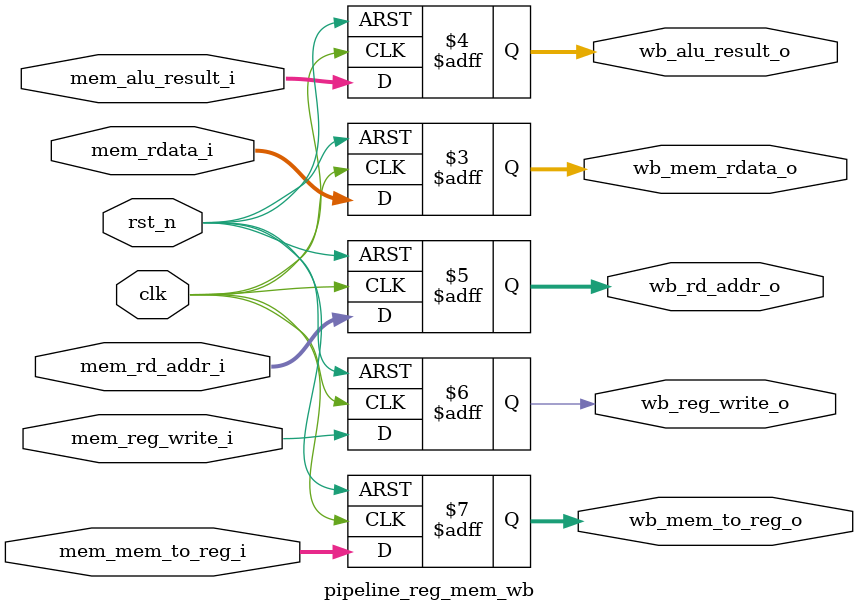
<source format=v>

`timescale 1ns / 1ps

module pipeline_reg_mem_wb (
    input  wire        clk,
    input  wire        rst_n,

    // Inputs from MEM Stage (Data Path)
    input  wire [31:0] mem_rdata_i,      // Data read from memory (for LW)
    // Inputs from EX/MEM Register (Data Path passed through MEM)
    input  wire [31:0] mem_alu_result_i, // ALU result
    input  wire [4:0]  mem_rd_addr_i,    // Destination register address

    // Inputs from EX/MEM Register (Control Signals passed through MEM)
    // WB controls
    input  wire        mem_reg_write_i,
    input  wire [1:0]  mem_mem_to_reg_i,

    // Outputs to WB Stage (conceptually, these feed back to ID's RegFile)
    // Data Path
    output reg [31:0] wb_mem_rdata_o,
    output reg [31:0] wb_alu_result_o,
    output reg [4:0]  wb_rd_addr_o,

    // Control Signals
    output reg        wb_reg_write_o,
    output reg [1:0]  wb_mem_to_reg_o
);

    // Default control signals for a bubble (NOP)
    localparam NOP_REG_WRITE  = 1'b0;
    localparam [1:0] NOP_MEM_TO_REG = 2'b00;

    always @(posedge clk or negedge rst_n) begin
        if (!rst_n) begin
            // Reset to NOP-like state
            wb_mem_rdata_o  <= 32'b0;
            wb_alu_result_o <= 32'b0;
            wb_rd_addr_o    <= 5'b0;

            wb_reg_write_o  <= NOP_REG_WRITE;
            wb_mem_to_reg_o <= NOP_MEM_TO_REG;
        end else begin
            // Normal operation: latch inputs
            wb_mem_rdata_o  <= mem_rdata_i;
            wb_alu_result_o <= mem_alu_result_i;
            wb_rd_addr_o    <= mem_rd_addr_i;

            wb_reg_write_o  <= mem_reg_write_i;
            wb_mem_to_reg_o <= mem_mem_to_reg_i;
        end
    end

endmodule

</source>
